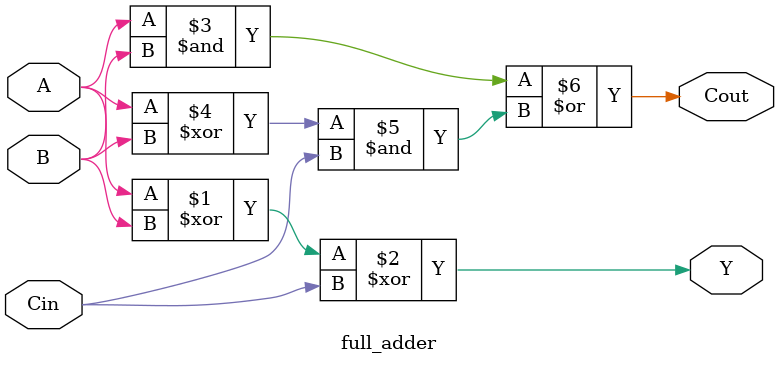
<source format=v>
module full_adder(

    input A,B,Cin,
    output Y, Cout

);
    assign Y = (A ^ B)^Cin ;
    assign Cout = A&B| ((A^B)&Cin)  ;

endmodule

</source>
